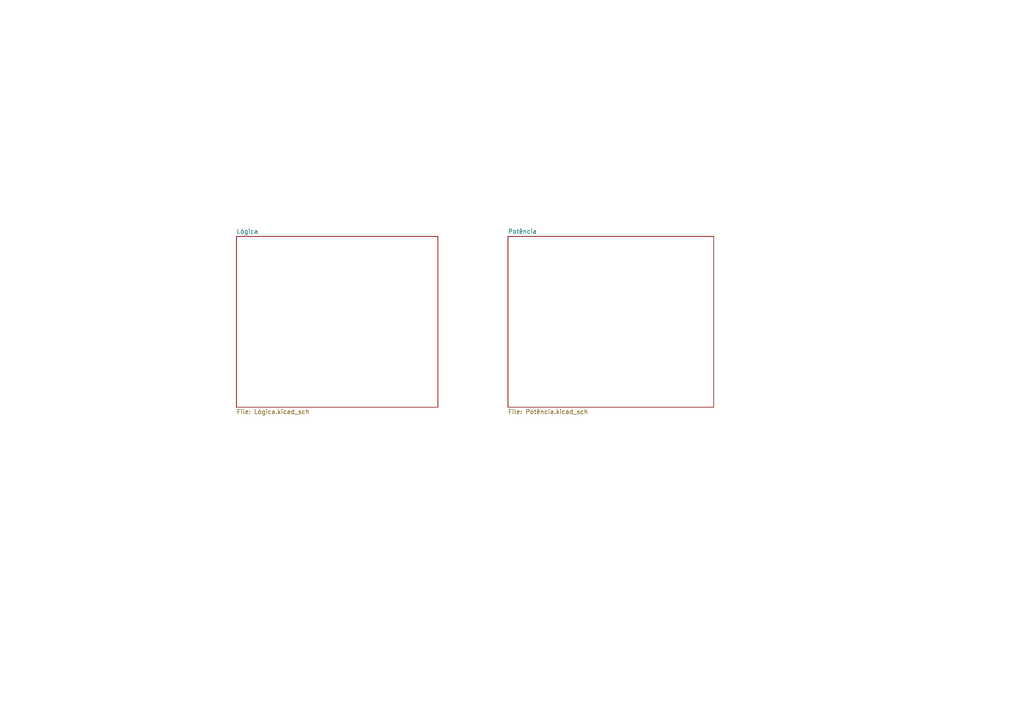
<source format=kicad_sch>
(kicad_sch (version 20230121) (generator eeschema)

  (uuid 210292b2-d6ba-424c-bd40-e4a2be18eb8d)

  (paper "A4")

  (lib_symbols
  )


  (sheet (at 68.58 68.58) (size 58.42 49.53) (fields_autoplaced)
    (stroke (width 0.1524) (type solid))
    (fill (color 0 0 0 0.0000))
    (uuid 0e3fc8cf-969d-492f-823d-ed0765038f7e)
    (property "Sheetname" "Lógica" (at 68.58 67.8684 0)
      (effects (font (size 1.27 1.27)) (justify left bottom))
    )
    (property "Sheetfile" "Lógica.kicad_sch" (at 68.58 118.6946 0)
      (effects (font (size 1.27 1.27)) (justify left top))
    )
    (instances
      (project "fred_v3"
        (path "/210292b2-d6ba-424c-bd40-e4a2be18eb8d" (page "2"))
      )
    )
  )

  (sheet (at 147.32 68.58) (size 59.69 49.53) (fields_autoplaced)
    (stroke (width 0.1524) (type solid))
    (fill (color 0 0 0 0.0000))
    (uuid b54a5b77-6097-4562-9836-27b2c01ae506)
    (property "Sheetname" "Potência" (at 147.32 67.8684 0)
      (effects (font (size 1.27 1.27)) (justify left bottom))
    )
    (property "Sheetfile" "Potência.kicad_sch" (at 147.32 118.6946 0)
      (effects (font (size 1.27 1.27)) (justify left top))
    )
    (instances
      (project "fred_v3"
        (path "/210292b2-d6ba-424c-bd40-e4a2be18eb8d" (page "3"))
      )
    )
  )

  (sheet_instances
    (path "/" (page "1"))
  )
)

</source>
